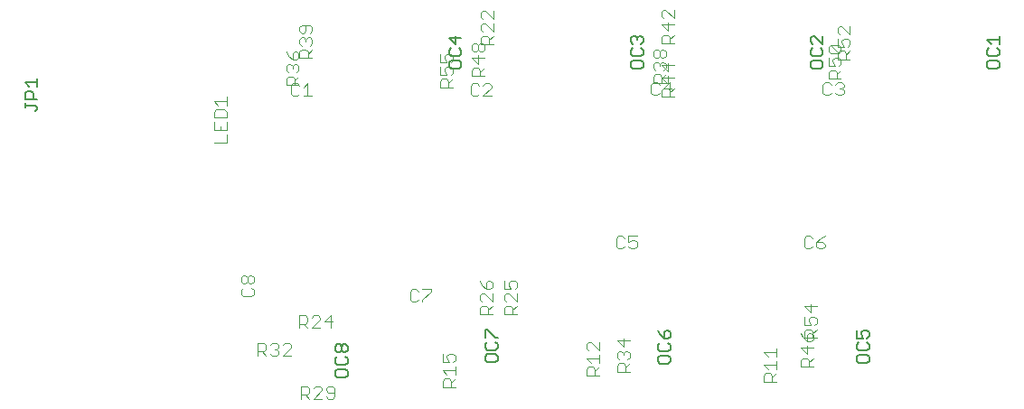
<source format=gto>
G75*
G70*
%OFA0B0*%
%FSLAX24Y24*%
%IPPOS*%
%LPD*%
%AMOC8*
5,1,8,0,0,1.08239X$1,22.5*
%
%ADD10C,0.0050*%
%ADD11C,0.0040*%
D10*
X011734Y003582D02*
X011809Y003507D01*
X012110Y003507D01*
X012185Y003582D01*
X012185Y003732D01*
X012110Y003807D01*
X011809Y003807D01*
X011734Y003732D01*
X011734Y003582D01*
X011809Y003967D02*
X012110Y003967D01*
X012185Y004042D01*
X012185Y004192D01*
X012110Y004268D01*
X012110Y004428D02*
X012034Y004428D01*
X011959Y004503D01*
X011959Y004653D01*
X012034Y004728D01*
X012110Y004728D01*
X012185Y004653D01*
X012185Y004503D01*
X012110Y004428D01*
X011959Y004503D02*
X011884Y004428D01*
X011809Y004428D01*
X011734Y004503D01*
X011734Y004653D01*
X011809Y004728D01*
X011884Y004728D01*
X011959Y004653D01*
X011809Y004268D02*
X011734Y004192D01*
X011734Y004042D01*
X011809Y003967D01*
X017274Y004133D02*
X017349Y004058D01*
X017649Y004058D01*
X017724Y004133D01*
X017724Y004283D01*
X017649Y004358D01*
X017349Y004358D01*
X017274Y004283D01*
X017274Y004133D01*
X017349Y004518D02*
X017649Y004518D01*
X017724Y004594D01*
X017724Y004744D01*
X017649Y004819D01*
X017649Y004979D02*
X017724Y004979D01*
X017649Y004979D02*
X017349Y005279D01*
X017274Y005279D01*
X017274Y004979D01*
X017349Y004819D02*
X017274Y004744D01*
X017274Y004594D01*
X017349Y004518D01*
X023640Y004554D02*
X023715Y004479D01*
X024015Y004479D01*
X024090Y004554D01*
X024090Y004704D01*
X024015Y004779D01*
X024015Y004939D02*
X024090Y005015D01*
X024090Y005165D01*
X024015Y005240D01*
X023940Y005240D01*
X023865Y005165D01*
X023865Y004939D01*
X024015Y004939D01*
X023865Y004939D02*
X023715Y005090D01*
X023640Y005240D01*
X023715Y004779D02*
X023640Y004704D01*
X023640Y004554D01*
X023715Y004319D02*
X023640Y004244D01*
X023640Y004094D01*
X023715Y004019D01*
X024015Y004019D01*
X024090Y004094D01*
X024090Y004244D01*
X024015Y004319D01*
X023715Y004319D01*
X030970Y004256D02*
X030970Y004106D01*
X031045Y004030D01*
X031346Y004030D01*
X031421Y004106D01*
X031421Y004256D01*
X031346Y004331D01*
X031045Y004331D01*
X030970Y004256D01*
X031045Y004491D02*
X031346Y004491D01*
X031421Y004566D01*
X031421Y004716D01*
X031346Y004791D01*
X031346Y004951D02*
X031421Y005026D01*
X031421Y005176D01*
X031346Y005252D01*
X031196Y005252D01*
X031121Y005176D01*
X031121Y005101D01*
X031196Y004951D01*
X030970Y004951D01*
X030970Y005252D01*
X031045Y004791D02*
X030970Y004716D01*
X030970Y004566D01*
X031045Y004491D01*
X029637Y014897D02*
X029337Y014897D01*
X029262Y014972D01*
X029262Y015123D01*
X029337Y015198D01*
X029637Y015198D01*
X029712Y015123D01*
X029712Y014972D01*
X029637Y014897D01*
X029637Y015358D02*
X029337Y015358D01*
X029262Y015433D01*
X029262Y015583D01*
X029337Y015658D01*
X029337Y015818D02*
X029262Y015893D01*
X029262Y016043D01*
X029337Y016118D01*
X029412Y016118D01*
X029712Y015818D01*
X029712Y016118D01*
X029637Y015658D02*
X029712Y015583D01*
X029712Y015433D01*
X029637Y015358D01*
X035770Y015433D02*
X035845Y015358D01*
X036145Y015358D01*
X036220Y015433D01*
X036220Y015583D01*
X036145Y015658D01*
X036220Y015818D02*
X036220Y016118D01*
X036220Y015968D02*
X035770Y015968D01*
X035920Y015818D01*
X035845Y015658D02*
X035770Y015583D01*
X035770Y015433D01*
X035845Y015198D02*
X035770Y015123D01*
X035770Y014972D01*
X035845Y014897D01*
X036145Y014897D01*
X036220Y014972D01*
X036220Y015123D01*
X036145Y015198D01*
X035845Y015198D01*
X023086Y015123D02*
X023086Y014972D01*
X023011Y014897D01*
X022711Y014897D01*
X022636Y014972D01*
X022636Y015123D01*
X022711Y015198D01*
X023011Y015198D01*
X023086Y015123D01*
X023011Y015358D02*
X022711Y015358D01*
X022636Y015433D01*
X022636Y015583D01*
X022711Y015658D01*
X022711Y015818D02*
X022636Y015893D01*
X022636Y016043D01*
X022711Y016118D01*
X022786Y016118D01*
X022861Y016043D01*
X022936Y016118D01*
X023011Y016118D01*
X023086Y016043D01*
X023086Y015893D01*
X023011Y015818D01*
X023011Y015658D02*
X023086Y015583D01*
X023086Y015433D01*
X023011Y015358D01*
X022861Y015968D02*
X022861Y016043D01*
X016381Y016043D02*
X015931Y016043D01*
X016156Y015818D01*
X016156Y016118D01*
X016006Y015658D02*
X015931Y015583D01*
X015931Y015433D01*
X016006Y015358D01*
X016306Y015358D01*
X016381Y015433D01*
X016381Y015583D01*
X016306Y015658D01*
X016306Y015198D02*
X016006Y015198D01*
X015931Y015123D01*
X015931Y014972D01*
X016006Y014897D01*
X016306Y014897D01*
X016381Y014972D01*
X016381Y015123D01*
X016306Y015198D01*
X000742Y014545D02*
X000742Y014245D01*
X000742Y014395D02*
X000291Y014395D01*
X000441Y014245D01*
X000366Y014084D02*
X000516Y014084D01*
X000592Y014009D01*
X000592Y013784D01*
X000742Y013784D02*
X000291Y013784D01*
X000291Y014009D01*
X000366Y014084D01*
X000291Y013624D02*
X000291Y013474D01*
X000291Y013549D02*
X000667Y013549D01*
X000742Y013474D01*
X000742Y013399D01*
X000667Y013324D01*
D11*
X008872Y004767D02*
X008872Y004307D01*
X008872Y004460D02*
X009102Y004460D01*
X009179Y004537D01*
X009179Y004691D01*
X009102Y004767D01*
X008872Y004767D01*
X009332Y004691D02*
X009409Y004767D01*
X009563Y004767D01*
X009639Y004691D01*
X009639Y004614D01*
X009563Y004537D01*
X009639Y004460D01*
X009639Y004384D01*
X009563Y004307D01*
X009409Y004307D01*
X009332Y004384D01*
X009179Y004307D02*
X009025Y004460D01*
X009486Y004537D02*
X009563Y004537D01*
X009793Y004691D02*
X009870Y004767D01*
X010023Y004767D01*
X010100Y004691D01*
X010100Y004614D01*
X009793Y004307D01*
X010100Y004307D01*
X010474Y003179D02*
X010705Y003179D01*
X010781Y003102D01*
X010781Y002949D01*
X010705Y002872D01*
X010474Y002872D01*
X010474Y002718D02*
X010474Y003179D01*
X010935Y003102D02*
X011012Y003179D01*
X011165Y003179D01*
X011242Y003102D01*
X011242Y003025D01*
X010935Y002718D01*
X011242Y002718D01*
X011395Y002795D02*
X011472Y002718D01*
X011625Y002718D01*
X011702Y002795D01*
X011702Y003102D01*
X011625Y003179D01*
X011472Y003179D01*
X011395Y003102D01*
X011395Y003025D01*
X011472Y002949D01*
X011702Y002949D01*
X010781Y002718D02*
X010628Y002872D01*
X010714Y005331D02*
X010561Y005484D01*
X010638Y005484D02*
X010407Y005484D01*
X010407Y005331D02*
X010407Y005791D01*
X010638Y005791D01*
X010714Y005714D01*
X010714Y005561D01*
X010638Y005484D01*
X010868Y005331D02*
X011175Y005638D01*
X011175Y005714D01*
X011098Y005791D01*
X010945Y005791D01*
X010868Y005714D01*
X010868Y005331D02*
X011175Y005331D01*
X011328Y005561D02*
X011635Y005561D01*
X011558Y005331D02*
X011558Y005791D01*
X011328Y005561D01*
X008723Y006586D02*
X008723Y006740D01*
X008646Y006817D01*
X008646Y006970D02*
X008570Y006970D01*
X008493Y007047D01*
X008493Y007200D01*
X008570Y007277D01*
X008646Y007277D01*
X008723Y007200D01*
X008723Y007047D01*
X008646Y006970D01*
X008493Y007047D02*
X008416Y006970D01*
X008339Y006970D01*
X008263Y007047D01*
X008263Y007200D01*
X008339Y007277D01*
X008416Y007277D01*
X008493Y007200D01*
X008339Y006817D02*
X008263Y006740D01*
X008263Y006586D01*
X008339Y006510D01*
X008646Y006510D01*
X008723Y006586D01*
X014484Y006681D02*
X014484Y006374D01*
X014561Y006297D01*
X014714Y006297D01*
X014791Y006374D01*
X014944Y006374D02*
X014944Y006297D01*
X014944Y006374D02*
X015251Y006681D01*
X015251Y006758D01*
X014944Y006758D01*
X014791Y006681D02*
X014714Y006758D01*
X014561Y006758D01*
X014484Y006681D01*
X017064Y006534D02*
X017064Y006380D01*
X017141Y006304D01*
X017141Y006150D02*
X017294Y006150D01*
X017371Y006073D01*
X017371Y005843D01*
X017524Y005843D02*
X017064Y005843D01*
X017064Y006073D01*
X017141Y006150D01*
X017371Y005997D02*
X017524Y006150D01*
X017524Y006304D02*
X017217Y006610D01*
X017141Y006610D01*
X017064Y006534D01*
X017294Y006764D02*
X017294Y006994D01*
X017371Y007071D01*
X017447Y007071D01*
X017524Y006994D01*
X017524Y006841D01*
X017447Y006764D01*
X017294Y006764D01*
X017141Y006917D01*
X017064Y007071D01*
X017524Y006610D02*
X017524Y006304D01*
X017969Y006380D02*
X018046Y006304D01*
X017969Y006380D02*
X017969Y006534D01*
X018046Y006610D01*
X018123Y006610D01*
X018430Y006304D01*
X018430Y006610D01*
X018353Y006764D02*
X018430Y006841D01*
X018430Y006994D01*
X018353Y007071D01*
X018200Y007071D01*
X018123Y006994D01*
X018123Y006917D01*
X018200Y006764D01*
X017969Y006764D01*
X017969Y007071D01*
X018046Y006150D02*
X018200Y006150D01*
X018276Y006073D01*
X018276Y005843D01*
X018276Y005997D02*
X018430Y006150D01*
X018046Y006150D02*
X017969Y006073D01*
X017969Y005843D01*
X018430Y005843D01*
X020997Y004738D02*
X020997Y004584D01*
X021074Y004507D01*
X020997Y004200D02*
X021457Y004200D01*
X021457Y004047D02*
X021457Y004354D01*
X021457Y004507D02*
X021150Y004814D01*
X021074Y004814D01*
X020997Y004738D01*
X021457Y004814D02*
X021457Y004507D01*
X021150Y004047D02*
X020997Y004200D01*
X021074Y003893D02*
X021227Y003893D01*
X021304Y003817D01*
X021304Y003587D01*
X021304Y003740D02*
X021457Y003893D01*
X021457Y003587D02*
X020997Y003587D01*
X020997Y003817D01*
X021074Y003893D01*
X022125Y003947D02*
X022125Y003716D01*
X022585Y003716D01*
X022432Y003716D02*
X022432Y003947D01*
X022355Y004023D01*
X022202Y004023D01*
X022125Y003947D01*
X022202Y004177D02*
X022125Y004254D01*
X022125Y004407D01*
X022202Y004484D01*
X022278Y004484D01*
X022355Y004407D01*
X022432Y004484D01*
X022509Y004484D01*
X022585Y004407D01*
X022585Y004254D01*
X022509Y004177D01*
X022585Y004023D02*
X022432Y003870D01*
X022355Y004330D02*
X022355Y004407D01*
X022355Y004637D02*
X022355Y004944D01*
X022125Y004867D02*
X022355Y004637D01*
X022585Y004867D02*
X022125Y004867D01*
X027532Y004425D02*
X027686Y004271D01*
X027532Y004425D02*
X027993Y004425D01*
X027993Y004578D02*
X027993Y004271D01*
X027993Y004118D02*
X027993Y003811D01*
X027993Y003964D02*
X027532Y003964D01*
X027686Y003811D01*
X027763Y003657D02*
X027839Y003580D01*
X027839Y003350D01*
X027993Y003350D02*
X027532Y003350D01*
X027532Y003580D01*
X027609Y003657D01*
X027763Y003657D01*
X027839Y003504D02*
X027993Y003657D01*
X028897Y003913D02*
X028897Y004143D01*
X028973Y004220D01*
X029127Y004220D01*
X029203Y004143D01*
X029203Y003913D01*
X029203Y004067D02*
X029357Y004220D01*
X029127Y004374D02*
X029127Y004681D01*
X029127Y004834D02*
X029127Y005064D01*
X029203Y005141D01*
X029280Y005141D01*
X029357Y005064D01*
X029357Y004911D01*
X029280Y004834D01*
X029127Y004834D01*
X028973Y004988D01*
X028897Y005141D01*
X029032Y005207D02*
X029109Y005284D01*
X029263Y005284D01*
X029339Y005207D01*
X029339Y004977D01*
X029339Y005130D02*
X029493Y005284D01*
X029416Y005437D02*
X029493Y005514D01*
X029493Y005668D01*
X029416Y005744D01*
X029263Y005744D01*
X029186Y005668D01*
X029186Y005591D01*
X029263Y005437D01*
X029032Y005437D01*
X029032Y005744D01*
X029263Y005898D02*
X029263Y006205D01*
X029493Y006128D02*
X029032Y006128D01*
X029263Y005898D01*
X029032Y005207D02*
X029032Y004977D01*
X029493Y004977D01*
X029357Y004604D02*
X028897Y004604D01*
X029127Y004374D01*
X029357Y003913D02*
X028897Y003913D01*
X029096Y008266D02*
X029249Y008266D01*
X029326Y008342D01*
X029479Y008342D02*
X029556Y008266D01*
X029710Y008266D01*
X029786Y008342D01*
X029786Y008419D01*
X029710Y008496D01*
X029479Y008496D01*
X029479Y008342D01*
X029479Y008496D02*
X029633Y008649D01*
X029786Y008726D01*
X029326Y008649D02*
X029249Y008726D01*
X029096Y008726D01*
X029019Y008649D01*
X029019Y008342D01*
X029096Y008266D01*
X022853Y008342D02*
X022776Y008266D01*
X022623Y008266D01*
X022546Y008342D01*
X022393Y008342D02*
X022316Y008266D01*
X022163Y008266D01*
X022086Y008342D01*
X022086Y008649D01*
X022163Y008726D01*
X022316Y008726D01*
X022393Y008649D01*
X022546Y008726D02*
X022546Y008496D01*
X022700Y008573D01*
X022776Y008573D01*
X022853Y008496D01*
X022853Y008342D01*
X022853Y008726D02*
X022546Y008726D01*
X016156Y004300D02*
X016079Y004377D01*
X015926Y004377D01*
X015849Y004300D01*
X015849Y004224D01*
X015926Y004070D01*
X015696Y004070D01*
X015696Y004377D01*
X016156Y004300D02*
X016156Y004147D01*
X016079Y004070D01*
X016156Y003917D02*
X016156Y003610D01*
X016156Y003763D02*
X015696Y003763D01*
X015849Y003610D01*
X015772Y003456D02*
X015926Y003456D01*
X016003Y003380D01*
X016003Y003150D01*
X016003Y003303D02*
X016156Y003456D01*
X015772Y003456D02*
X015696Y003380D01*
X015696Y003150D01*
X016156Y003150D01*
X007717Y012169D02*
X007257Y012169D01*
X007717Y012169D02*
X007717Y012476D01*
X007717Y012630D02*
X007257Y012630D01*
X007257Y012937D01*
X007257Y013090D02*
X007257Y013320D01*
X007333Y013397D01*
X007640Y013397D01*
X007717Y013320D01*
X007717Y013090D01*
X007257Y013090D01*
X007717Y012937D02*
X007717Y012630D01*
X007487Y012630D02*
X007487Y012783D01*
X007410Y013550D02*
X007257Y013704D01*
X007717Y013704D01*
X007717Y013857D02*
X007717Y013550D01*
X009920Y014307D02*
X009920Y014537D01*
X009997Y014614D01*
X010150Y014614D01*
X010227Y014537D01*
X010227Y014307D01*
X010178Y014356D02*
X010332Y014356D01*
X010409Y014279D01*
X010381Y014307D02*
X009920Y014307D01*
X010102Y014279D02*
X010102Y013972D01*
X010178Y013896D01*
X010332Y013896D01*
X010409Y013972D01*
X010562Y013896D02*
X010869Y013896D01*
X010715Y013896D02*
X010715Y014356D01*
X010562Y014203D01*
X010178Y014356D02*
X010102Y014279D01*
X010227Y014460D02*
X010381Y014614D01*
X010304Y014767D02*
X010381Y014844D01*
X010381Y014998D01*
X010304Y015074D01*
X010227Y015074D01*
X010150Y014998D01*
X010150Y014921D01*
X010150Y014998D02*
X010074Y015074D01*
X009997Y015074D01*
X009920Y014998D01*
X009920Y014844D01*
X009997Y014767D01*
X010150Y015228D02*
X010150Y015458D01*
X010227Y015535D01*
X010304Y015535D01*
X010381Y015458D01*
X010381Y015305D01*
X010304Y015228D01*
X010150Y015228D01*
X009997Y015381D01*
X009920Y015535D01*
X010410Y015522D02*
X010410Y015292D01*
X010871Y015292D01*
X010717Y015292D02*
X010717Y015522D01*
X010640Y015599D01*
X010487Y015599D01*
X010410Y015522D01*
X010487Y015752D02*
X010410Y015829D01*
X010410Y015983D01*
X010487Y016059D01*
X010564Y016059D01*
X010640Y015983D01*
X010717Y016059D01*
X010794Y016059D01*
X010871Y015983D01*
X010871Y015829D01*
X010794Y015752D01*
X010871Y015599D02*
X010717Y015445D01*
X010640Y015906D02*
X010640Y015983D01*
X010564Y016213D02*
X010640Y016289D01*
X010640Y016520D01*
X010487Y016520D02*
X010794Y016520D01*
X010871Y016443D01*
X010871Y016289D01*
X010794Y016213D01*
X010564Y016213D02*
X010487Y016213D01*
X010410Y016289D01*
X010410Y016443D01*
X010487Y016520D01*
X015603Y015444D02*
X015603Y015137D01*
X015833Y015137D01*
X015757Y015291D01*
X015757Y015367D01*
X015833Y015444D01*
X015987Y015444D01*
X016064Y015367D01*
X016064Y015214D01*
X015987Y015137D01*
X015987Y014984D02*
X016064Y014907D01*
X016064Y014754D01*
X015987Y014677D01*
X015833Y014677D02*
X015757Y014830D01*
X015757Y014907D01*
X015833Y014984D01*
X015987Y014984D01*
X015603Y014984D02*
X015603Y014677D01*
X015833Y014677D01*
X015833Y014523D02*
X015910Y014447D01*
X015910Y014216D01*
X016064Y014216D02*
X015603Y014216D01*
X015603Y014447D01*
X015680Y014523D01*
X015833Y014523D01*
X015910Y014370D02*
X016064Y014523D01*
X016720Y014279D02*
X016720Y013972D01*
X016796Y013896D01*
X016950Y013896D01*
X017027Y013972D01*
X017180Y013896D02*
X017487Y014203D01*
X017487Y014279D01*
X017410Y014356D01*
X017257Y014356D01*
X017180Y014279D01*
X017027Y014279D02*
X016950Y014356D01*
X016796Y014356D01*
X016720Y014279D01*
X016771Y014622D02*
X016771Y014852D01*
X016847Y014929D01*
X017001Y014929D01*
X017077Y014852D01*
X017077Y014622D01*
X017077Y014775D02*
X017231Y014929D01*
X017001Y015082D02*
X017001Y015389D01*
X017077Y015543D02*
X017001Y015619D01*
X017001Y015773D01*
X017077Y015850D01*
X017154Y015850D01*
X017231Y015773D01*
X017231Y015619D01*
X017154Y015543D01*
X017077Y015543D01*
X017001Y015619D02*
X016924Y015543D01*
X016847Y015543D01*
X016771Y015619D01*
X016771Y015773D01*
X016847Y015850D01*
X016924Y015850D01*
X017001Y015773D01*
X017103Y015804D02*
X017103Y016034D01*
X017180Y016111D01*
X017333Y016111D01*
X017410Y016034D01*
X017410Y015804D01*
X017410Y015957D02*
X017564Y016111D01*
X017564Y016264D02*
X017257Y016571D01*
X017180Y016571D01*
X017103Y016494D01*
X017103Y016341D01*
X017180Y016264D01*
X017564Y016264D02*
X017564Y016571D01*
X017564Y016725D02*
X017257Y017031D01*
X017180Y017031D01*
X017103Y016955D01*
X017103Y016801D01*
X017180Y016725D01*
X017564Y016725D02*
X017564Y017031D01*
X017564Y015804D02*
X017103Y015804D01*
X017231Y015313D02*
X016771Y015313D01*
X017001Y015082D01*
X017231Y014622D02*
X016771Y014622D01*
X017180Y013896D02*
X017487Y013896D01*
X023381Y014012D02*
X023458Y013935D01*
X023611Y013935D01*
X023688Y014012D01*
X023757Y014105D02*
X023757Y013875D01*
X024217Y013875D01*
X024064Y013875D02*
X024064Y014105D01*
X023987Y014182D01*
X023833Y014182D01*
X023757Y014105D01*
X023842Y014165D02*
X024148Y014165D01*
X024217Y014182D02*
X024064Y014028D01*
X024072Y013935D02*
X024072Y014395D01*
X023842Y014165D01*
X023688Y014319D02*
X023611Y014395D01*
X023458Y014395D01*
X023381Y014319D01*
X023381Y014012D01*
X023463Y014386D02*
X023463Y014616D01*
X023540Y014693D01*
X023694Y014693D01*
X023770Y014616D01*
X023770Y014386D01*
X023770Y014539D02*
X023924Y014693D01*
X023987Y014642D02*
X023987Y014335D01*
X023757Y014565D01*
X024217Y014565D01*
X023924Y014386D02*
X023463Y014386D01*
X023540Y014846D02*
X023463Y014923D01*
X023463Y015076D01*
X023540Y015153D01*
X023617Y015153D01*
X023694Y015076D01*
X023770Y015153D01*
X023847Y015153D01*
X023924Y015076D01*
X023924Y014923D01*
X023847Y014846D01*
X023987Y014795D02*
X023987Y015102D01*
X024217Y015026D02*
X023757Y015026D01*
X023987Y014795D01*
X023694Y015000D02*
X023694Y015076D01*
X023770Y015307D02*
X023694Y015383D01*
X023694Y015537D01*
X023770Y015613D01*
X023847Y015613D01*
X023924Y015537D01*
X023924Y015383D01*
X023847Y015307D01*
X023770Y015307D01*
X023694Y015383D02*
X023617Y015307D01*
X023540Y015307D01*
X023463Y015383D01*
X023463Y015537D01*
X023540Y015613D01*
X023617Y015613D01*
X023694Y015537D01*
X023757Y015843D02*
X023757Y016073D01*
X023833Y016150D01*
X023987Y016150D01*
X024064Y016073D01*
X024064Y015843D01*
X024217Y015843D02*
X023757Y015843D01*
X024064Y015997D02*
X024217Y016150D01*
X023987Y016304D02*
X023987Y016610D01*
X023833Y016764D02*
X023757Y016841D01*
X023757Y016994D01*
X023833Y017071D01*
X023910Y017071D01*
X024217Y016764D01*
X024217Y017071D01*
X024217Y016534D02*
X023757Y016534D01*
X023987Y016304D01*
X029716Y014319D02*
X029716Y014012D01*
X029793Y013935D01*
X029946Y013935D01*
X030023Y014012D01*
X030176Y014012D02*
X030253Y013935D01*
X030406Y013935D01*
X030483Y014012D01*
X030483Y014088D01*
X030406Y014165D01*
X030330Y014165D01*
X030406Y014165D02*
X030483Y014242D01*
X030483Y014319D01*
X030406Y014395D01*
X030253Y014395D01*
X030176Y014319D01*
X030023Y014319D02*
X029946Y014395D01*
X029793Y014395D01*
X029716Y014319D01*
X029920Y014543D02*
X029920Y014773D01*
X029997Y014850D01*
X030150Y014850D01*
X030227Y014773D01*
X030227Y014543D01*
X030381Y014543D02*
X029920Y014543D01*
X030227Y014697D02*
X030381Y014850D01*
X030304Y015004D02*
X030381Y015080D01*
X030381Y015234D01*
X030304Y015311D01*
X030150Y015311D01*
X030074Y015234D01*
X030074Y015157D01*
X030150Y015004D01*
X029920Y015004D01*
X029920Y015311D01*
X029997Y015464D02*
X029920Y015541D01*
X029920Y015694D01*
X029997Y015771D01*
X030304Y015464D01*
X030381Y015541D01*
X030381Y015694D01*
X030304Y015771D01*
X029997Y015771D01*
X030253Y015713D02*
X030483Y015713D01*
X030406Y015866D01*
X030406Y015943D01*
X030483Y016020D01*
X030636Y016020D01*
X030713Y015943D01*
X030713Y015790D01*
X030636Y015713D01*
X030713Y015560D02*
X030560Y015406D01*
X030560Y015483D02*
X030560Y015253D01*
X030713Y015253D02*
X030253Y015253D01*
X030253Y015483D01*
X030330Y015560D01*
X030483Y015560D01*
X030560Y015483D01*
X030304Y015464D02*
X029997Y015464D01*
X030253Y015713D02*
X030253Y016020D01*
X030330Y016173D02*
X030253Y016250D01*
X030253Y016404D01*
X030330Y016480D01*
X030406Y016480D01*
X030713Y016173D01*
X030713Y016480D01*
M02*

</source>
